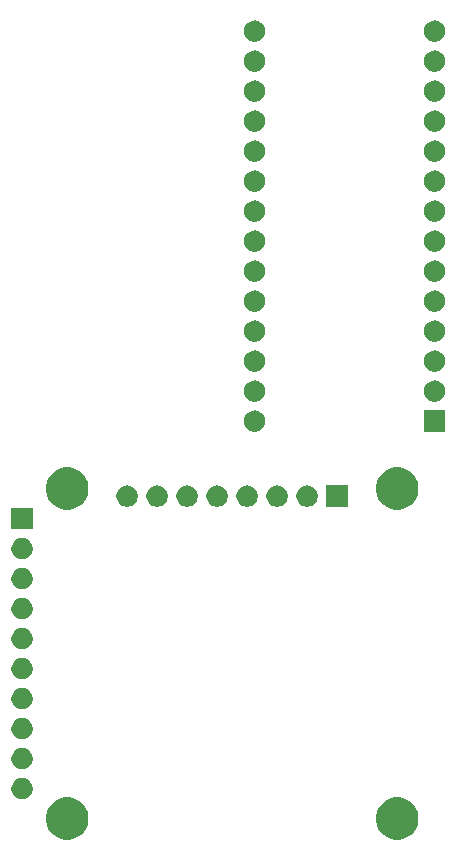
<source format=gbr>
G04 #@! TF.GenerationSoftware,KiCad,Pcbnew,(5.1.5-0-10_14)*
G04 #@! TF.CreationDate,2020-10-09T23:09:52+02:00*
G04 #@! TF.ProjectId,es_display,65735f64-6973-4706-9c61-792e6b696361,rev?*
G04 #@! TF.SameCoordinates,Original*
G04 #@! TF.FileFunction,Soldermask,Bot*
G04 #@! TF.FilePolarity,Negative*
%FSLAX46Y46*%
G04 Gerber Fmt 4.6, Leading zero omitted, Abs format (unit mm)*
G04 Created by KiCad (PCBNEW (5.1.5-0-10_14)) date 2020-10-09 23:09:52*
%MOMM*%
%LPD*%
G04 APERTURE LIST*
%ADD10C,0.100000*%
G04 APERTURE END LIST*
D10*
G36*
X147210331Y-136063211D02*
G01*
X147538092Y-136198974D01*
X147833070Y-136396072D01*
X148083928Y-136646930D01*
X148281026Y-136941908D01*
X148416789Y-137269669D01*
X148486000Y-137617616D01*
X148486000Y-137972384D01*
X148416789Y-138320331D01*
X148281026Y-138648092D01*
X148083928Y-138943070D01*
X147833070Y-139193928D01*
X147538092Y-139391026D01*
X147210331Y-139526789D01*
X146862384Y-139596000D01*
X146507616Y-139596000D01*
X146159669Y-139526789D01*
X145831908Y-139391026D01*
X145536930Y-139193928D01*
X145286072Y-138943070D01*
X145088974Y-138648092D01*
X144953211Y-138320331D01*
X144884000Y-137972384D01*
X144884000Y-137617616D01*
X144953211Y-137269669D01*
X145088974Y-136941908D01*
X145286072Y-136646930D01*
X145536930Y-136396072D01*
X145831908Y-136198974D01*
X146159669Y-136063211D01*
X146507616Y-135994000D01*
X146862384Y-135994000D01*
X147210331Y-136063211D01*
G37*
G36*
X119270331Y-136063211D02*
G01*
X119598092Y-136198974D01*
X119893070Y-136396072D01*
X120143928Y-136646930D01*
X120341026Y-136941908D01*
X120476789Y-137269669D01*
X120546000Y-137617616D01*
X120546000Y-137972384D01*
X120476789Y-138320331D01*
X120341026Y-138648092D01*
X120143928Y-138943070D01*
X119893070Y-139193928D01*
X119598092Y-139391026D01*
X119270331Y-139526789D01*
X118922384Y-139596000D01*
X118567616Y-139596000D01*
X118219669Y-139526789D01*
X117891908Y-139391026D01*
X117596930Y-139193928D01*
X117346072Y-138943070D01*
X117148974Y-138648092D01*
X117013211Y-138320331D01*
X116944000Y-137972384D01*
X116944000Y-137617616D01*
X117013211Y-137269669D01*
X117148974Y-136941908D01*
X117346072Y-136646930D01*
X117596930Y-136396072D01*
X117891908Y-136198974D01*
X118219669Y-136063211D01*
X118567616Y-135994000D01*
X118922384Y-135994000D01*
X119270331Y-136063211D01*
G37*
G36*
X115048512Y-134358927D02*
G01*
X115197812Y-134388624D01*
X115361784Y-134456544D01*
X115509354Y-134555147D01*
X115634853Y-134680646D01*
X115733456Y-134828216D01*
X115801376Y-134992188D01*
X115836000Y-135166259D01*
X115836000Y-135343741D01*
X115801376Y-135517812D01*
X115733456Y-135681784D01*
X115634853Y-135829354D01*
X115509354Y-135954853D01*
X115361784Y-136053456D01*
X115197812Y-136121376D01*
X115048512Y-136151073D01*
X115023742Y-136156000D01*
X114846258Y-136156000D01*
X114821488Y-136151073D01*
X114672188Y-136121376D01*
X114508216Y-136053456D01*
X114360646Y-135954853D01*
X114235147Y-135829354D01*
X114136544Y-135681784D01*
X114068624Y-135517812D01*
X114034000Y-135343741D01*
X114034000Y-135166259D01*
X114068624Y-134992188D01*
X114136544Y-134828216D01*
X114235147Y-134680646D01*
X114360646Y-134555147D01*
X114508216Y-134456544D01*
X114672188Y-134388624D01*
X114821488Y-134358927D01*
X114846258Y-134354000D01*
X115023742Y-134354000D01*
X115048512Y-134358927D01*
G37*
G36*
X115048512Y-131818927D02*
G01*
X115197812Y-131848624D01*
X115361784Y-131916544D01*
X115509354Y-132015147D01*
X115634853Y-132140646D01*
X115733456Y-132288216D01*
X115801376Y-132452188D01*
X115836000Y-132626259D01*
X115836000Y-132803741D01*
X115801376Y-132977812D01*
X115733456Y-133141784D01*
X115634853Y-133289354D01*
X115509354Y-133414853D01*
X115361784Y-133513456D01*
X115197812Y-133581376D01*
X115048512Y-133611073D01*
X115023742Y-133616000D01*
X114846258Y-133616000D01*
X114821488Y-133611073D01*
X114672188Y-133581376D01*
X114508216Y-133513456D01*
X114360646Y-133414853D01*
X114235147Y-133289354D01*
X114136544Y-133141784D01*
X114068624Y-132977812D01*
X114034000Y-132803741D01*
X114034000Y-132626259D01*
X114068624Y-132452188D01*
X114136544Y-132288216D01*
X114235147Y-132140646D01*
X114360646Y-132015147D01*
X114508216Y-131916544D01*
X114672188Y-131848624D01*
X114821488Y-131818927D01*
X114846258Y-131814000D01*
X115023742Y-131814000D01*
X115048512Y-131818927D01*
G37*
G36*
X115048512Y-129278927D02*
G01*
X115197812Y-129308624D01*
X115361784Y-129376544D01*
X115509354Y-129475147D01*
X115634853Y-129600646D01*
X115733456Y-129748216D01*
X115801376Y-129912188D01*
X115836000Y-130086259D01*
X115836000Y-130263741D01*
X115801376Y-130437812D01*
X115733456Y-130601784D01*
X115634853Y-130749354D01*
X115509354Y-130874853D01*
X115361784Y-130973456D01*
X115197812Y-131041376D01*
X115048512Y-131071073D01*
X115023742Y-131076000D01*
X114846258Y-131076000D01*
X114821488Y-131071073D01*
X114672188Y-131041376D01*
X114508216Y-130973456D01*
X114360646Y-130874853D01*
X114235147Y-130749354D01*
X114136544Y-130601784D01*
X114068624Y-130437812D01*
X114034000Y-130263741D01*
X114034000Y-130086259D01*
X114068624Y-129912188D01*
X114136544Y-129748216D01*
X114235147Y-129600646D01*
X114360646Y-129475147D01*
X114508216Y-129376544D01*
X114672188Y-129308624D01*
X114821488Y-129278927D01*
X114846258Y-129274000D01*
X115023742Y-129274000D01*
X115048512Y-129278927D01*
G37*
G36*
X115048512Y-126738927D02*
G01*
X115197812Y-126768624D01*
X115361784Y-126836544D01*
X115509354Y-126935147D01*
X115634853Y-127060646D01*
X115733456Y-127208216D01*
X115801376Y-127372188D01*
X115836000Y-127546259D01*
X115836000Y-127723741D01*
X115801376Y-127897812D01*
X115733456Y-128061784D01*
X115634853Y-128209354D01*
X115509354Y-128334853D01*
X115361784Y-128433456D01*
X115197812Y-128501376D01*
X115048512Y-128531073D01*
X115023742Y-128536000D01*
X114846258Y-128536000D01*
X114821488Y-128531073D01*
X114672188Y-128501376D01*
X114508216Y-128433456D01*
X114360646Y-128334853D01*
X114235147Y-128209354D01*
X114136544Y-128061784D01*
X114068624Y-127897812D01*
X114034000Y-127723741D01*
X114034000Y-127546259D01*
X114068624Y-127372188D01*
X114136544Y-127208216D01*
X114235147Y-127060646D01*
X114360646Y-126935147D01*
X114508216Y-126836544D01*
X114672188Y-126768624D01*
X114821488Y-126738927D01*
X114846258Y-126734000D01*
X115023742Y-126734000D01*
X115048512Y-126738927D01*
G37*
G36*
X115048512Y-124198927D02*
G01*
X115197812Y-124228624D01*
X115361784Y-124296544D01*
X115509354Y-124395147D01*
X115634853Y-124520646D01*
X115733456Y-124668216D01*
X115801376Y-124832188D01*
X115836000Y-125006259D01*
X115836000Y-125183741D01*
X115801376Y-125357812D01*
X115733456Y-125521784D01*
X115634853Y-125669354D01*
X115509354Y-125794853D01*
X115361784Y-125893456D01*
X115197812Y-125961376D01*
X115048512Y-125991073D01*
X115023742Y-125996000D01*
X114846258Y-125996000D01*
X114821488Y-125991073D01*
X114672188Y-125961376D01*
X114508216Y-125893456D01*
X114360646Y-125794853D01*
X114235147Y-125669354D01*
X114136544Y-125521784D01*
X114068624Y-125357812D01*
X114034000Y-125183741D01*
X114034000Y-125006259D01*
X114068624Y-124832188D01*
X114136544Y-124668216D01*
X114235147Y-124520646D01*
X114360646Y-124395147D01*
X114508216Y-124296544D01*
X114672188Y-124228624D01*
X114821488Y-124198927D01*
X114846258Y-124194000D01*
X115023742Y-124194000D01*
X115048512Y-124198927D01*
G37*
G36*
X115048512Y-121658927D02*
G01*
X115197812Y-121688624D01*
X115361784Y-121756544D01*
X115509354Y-121855147D01*
X115634853Y-121980646D01*
X115733456Y-122128216D01*
X115801376Y-122292188D01*
X115836000Y-122466259D01*
X115836000Y-122643741D01*
X115801376Y-122817812D01*
X115733456Y-122981784D01*
X115634853Y-123129354D01*
X115509354Y-123254853D01*
X115361784Y-123353456D01*
X115197812Y-123421376D01*
X115048512Y-123451073D01*
X115023742Y-123456000D01*
X114846258Y-123456000D01*
X114821488Y-123451073D01*
X114672188Y-123421376D01*
X114508216Y-123353456D01*
X114360646Y-123254853D01*
X114235147Y-123129354D01*
X114136544Y-122981784D01*
X114068624Y-122817812D01*
X114034000Y-122643741D01*
X114034000Y-122466259D01*
X114068624Y-122292188D01*
X114136544Y-122128216D01*
X114235147Y-121980646D01*
X114360646Y-121855147D01*
X114508216Y-121756544D01*
X114672188Y-121688624D01*
X114821488Y-121658927D01*
X114846258Y-121654000D01*
X115023742Y-121654000D01*
X115048512Y-121658927D01*
G37*
G36*
X115048512Y-119118927D02*
G01*
X115197812Y-119148624D01*
X115361784Y-119216544D01*
X115509354Y-119315147D01*
X115634853Y-119440646D01*
X115733456Y-119588216D01*
X115801376Y-119752188D01*
X115836000Y-119926259D01*
X115836000Y-120103741D01*
X115801376Y-120277812D01*
X115733456Y-120441784D01*
X115634853Y-120589354D01*
X115509354Y-120714853D01*
X115361784Y-120813456D01*
X115197812Y-120881376D01*
X115048512Y-120911073D01*
X115023742Y-120916000D01*
X114846258Y-120916000D01*
X114821488Y-120911073D01*
X114672188Y-120881376D01*
X114508216Y-120813456D01*
X114360646Y-120714853D01*
X114235147Y-120589354D01*
X114136544Y-120441784D01*
X114068624Y-120277812D01*
X114034000Y-120103741D01*
X114034000Y-119926259D01*
X114068624Y-119752188D01*
X114136544Y-119588216D01*
X114235147Y-119440646D01*
X114360646Y-119315147D01*
X114508216Y-119216544D01*
X114672188Y-119148624D01*
X114821488Y-119118927D01*
X114846258Y-119114000D01*
X115023742Y-119114000D01*
X115048512Y-119118927D01*
G37*
G36*
X115048512Y-116578927D02*
G01*
X115197812Y-116608624D01*
X115361784Y-116676544D01*
X115509354Y-116775147D01*
X115634853Y-116900646D01*
X115733456Y-117048216D01*
X115801376Y-117212188D01*
X115836000Y-117386259D01*
X115836000Y-117563741D01*
X115801376Y-117737812D01*
X115733456Y-117901784D01*
X115634853Y-118049354D01*
X115509354Y-118174853D01*
X115361784Y-118273456D01*
X115197812Y-118341376D01*
X115048512Y-118371073D01*
X115023742Y-118376000D01*
X114846258Y-118376000D01*
X114821488Y-118371073D01*
X114672188Y-118341376D01*
X114508216Y-118273456D01*
X114360646Y-118174853D01*
X114235147Y-118049354D01*
X114136544Y-117901784D01*
X114068624Y-117737812D01*
X114034000Y-117563741D01*
X114034000Y-117386259D01*
X114068624Y-117212188D01*
X114136544Y-117048216D01*
X114235147Y-116900646D01*
X114360646Y-116775147D01*
X114508216Y-116676544D01*
X114672188Y-116608624D01*
X114821488Y-116578927D01*
X114846258Y-116574000D01*
X115023742Y-116574000D01*
X115048512Y-116578927D01*
G37*
G36*
X115048512Y-114038927D02*
G01*
X115197812Y-114068624D01*
X115361784Y-114136544D01*
X115509354Y-114235147D01*
X115634853Y-114360646D01*
X115733456Y-114508216D01*
X115801376Y-114672188D01*
X115836000Y-114846259D01*
X115836000Y-115023741D01*
X115801376Y-115197812D01*
X115733456Y-115361784D01*
X115634853Y-115509354D01*
X115509354Y-115634853D01*
X115361784Y-115733456D01*
X115197812Y-115801376D01*
X115048512Y-115831073D01*
X115023742Y-115836000D01*
X114846258Y-115836000D01*
X114821488Y-115831073D01*
X114672188Y-115801376D01*
X114508216Y-115733456D01*
X114360646Y-115634853D01*
X114235147Y-115509354D01*
X114136544Y-115361784D01*
X114068624Y-115197812D01*
X114034000Y-115023741D01*
X114034000Y-114846259D01*
X114068624Y-114672188D01*
X114136544Y-114508216D01*
X114235147Y-114360646D01*
X114360646Y-114235147D01*
X114508216Y-114136544D01*
X114672188Y-114068624D01*
X114821488Y-114038927D01*
X114846258Y-114034000D01*
X115023742Y-114034000D01*
X115048512Y-114038927D01*
G37*
G36*
X115836000Y-113296000D02*
G01*
X114034000Y-113296000D01*
X114034000Y-111494000D01*
X115836000Y-111494000D01*
X115836000Y-113296000D01*
G37*
G36*
X147210331Y-108123211D02*
G01*
X147538092Y-108258974D01*
X147833070Y-108456072D01*
X148083928Y-108706930D01*
X148281026Y-109001908D01*
X148416789Y-109329669D01*
X148486000Y-109677616D01*
X148486000Y-110032384D01*
X148416789Y-110380331D01*
X148281026Y-110708092D01*
X148083928Y-111003070D01*
X147833070Y-111253928D01*
X147538092Y-111451026D01*
X147210331Y-111586789D01*
X146862384Y-111656000D01*
X146507616Y-111656000D01*
X146159669Y-111586789D01*
X145831908Y-111451026D01*
X145536930Y-111253928D01*
X145286072Y-111003070D01*
X145088974Y-110708092D01*
X144953211Y-110380331D01*
X144884000Y-110032384D01*
X144884000Y-109677616D01*
X144953211Y-109329669D01*
X145088974Y-109001908D01*
X145286072Y-108706930D01*
X145536930Y-108456072D01*
X145831908Y-108258974D01*
X146159669Y-108123211D01*
X146507616Y-108054000D01*
X146862384Y-108054000D01*
X147210331Y-108123211D01*
G37*
G36*
X119270331Y-108123211D02*
G01*
X119598092Y-108258974D01*
X119893070Y-108456072D01*
X120143928Y-108706930D01*
X120341026Y-109001908D01*
X120476789Y-109329669D01*
X120546000Y-109677616D01*
X120546000Y-110032384D01*
X120476789Y-110380331D01*
X120341026Y-110708092D01*
X120143928Y-111003070D01*
X119893070Y-111253928D01*
X119598092Y-111451026D01*
X119270331Y-111586789D01*
X118922384Y-111656000D01*
X118567616Y-111656000D01*
X118219669Y-111586789D01*
X117891908Y-111451026D01*
X117596930Y-111253928D01*
X117346072Y-111003070D01*
X117148974Y-110708092D01*
X117013211Y-110380331D01*
X116944000Y-110032384D01*
X116944000Y-109677616D01*
X117013211Y-109329669D01*
X117148974Y-109001908D01*
X117346072Y-108706930D01*
X117596930Y-108456072D01*
X117891908Y-108258974D01*
X118219669Y-108123211D01*
X118567616Y-108054000D01*
X118922384Y-108054000D01*
X119270331Y-108123211D01*
G37*
G36*
X126478512Y-109593927D02*
G01*
X126627812Y-109623624D01*
X126791784Y-109691544D01*
X126939354Y-109790147D01*
X127064853Y-109915646D01*
X127163456Y-110063216D01*
X127231376Y-110227188D01*
X127266000Y-110401259D01*
X127266000Y-110578741D01*
X127231376Y-110752812D01*
X127163456Y-110916784D01*
X127064853Y-111064354D01*
X126939354Y-111189853D01*
X126791784Y-111288456D01*
X126627812Y-111356376D01*
X126478512Y-111386073D01*
X126453742Y-111391000D01*
X126276258Y-111391000D01*
X126251488Y-111386073D01*
X126102188Y-111356376D01*
X125938216Y-111288456D01*
X125790646Y-111189853D01*
X125665147Y-111064354D01*
X125566544Y-110916784D01*
X125498624Y-110752812D01*
X125464000Y-110578741D01*
X125464000Y-110401259D01*
X125498624Y-110227188D01*
X125566544Y-110063216D01*
X125665147Y-109915646D01*
X125790646Y-109790147D01*
X125938216Y-109691544D01*
X126102188Y-109623624D01*
X126251488Y-109593927D01*
X126276258Y-109589000D01*
X126453742Y-109589000D01*
X126478512Y-109593927D01*
G37*
G36*
X123938512Y-109593927D02*
G01*
X124087812Y-109623624D01*
X124251784Y-109691544D01*
X124399354Y-109790147D01*
X124524853Y-109915646D01*
X124623456Y-110063216D01*
X124691376Y-110227188D01*
X124726000Y-110401259D01*
X124726000Y-110578741D01*
X124691376Y-110752812D01*
X124623456Y-110916784D01*
X124524853Y-111064354D01*
X124399354Y-111189853D01*
X124251784Y-111288456D01*
X124087812Y-111356376D01*
X123938512Y-111386073D01*
X123913742Y-111391000D01*
X123736258Y-111391000D01*
X123711488Y-111386073D01*
X123562188Y-111356376D01*
X123398216Y-111288456D01*
X123250646Y-111189853D01*
X123125147Y-111064354D01*
X123026544Y-110916784D01*
X122958624Y-110752812D01*
X122924000Y-110578741D01*
X122924000Y-110401259D01*
X122958624Y-110227188D01*
X123026544Y-110063216D01*
X123125147Y-109915646D01*
X123250646Y-109790147D01*
X123398216Y-109691544D01*
X123562188Y-109623624D01*
X123711488Y-109593927D01*
X123736258Y-109589000D01*
X123913742Y-109589000D01*
X123938512Y-109593927D01*
G37*
G36*
X129018512Y-109593927D02*
G01*
X129167812Y-109623624D01*
X129331784Y-109691544D01*
X129479354Y-109790147D01*
X129604853Y-109915646D01*
X129703456Y-110063216D01*
X129771376Y-110227188D01*
X129806000Y-110401259D01*
X129806000Y-110578741D01*
X129771376Y-110752812D01*
X129703456Y-110916784D01*
X129604853Y-111064354D01*
X129479354Y-111189853D01*
X129331784Y-111288456D01*
X129167812Y-111356376D01*
X129018512Y-111386073D01*
X128993742Y-111391000D01*
X128816258Y-111391000D01*
X128791488Y-111386073D01*
X128642188Y-111356376D01*
X128478216Y-111288456D01*
X128330646Y-111189853D01*
X128205147Y-111064354D01*
X128106544Y-110916784D01*
X128038624Y-110752812D01*
X128004000Y-110578741D01*
X128004000Y-110401259D01*
X128038624Y-110227188D01*
X128106544Y-110063216D01*
X128205147Y-109915646D01*
X128330646Y-109790147D01*
X128478216Y-109691544D01*
X128642188Y-109623624D01*
X128791488Y-109593927D01*
X128816258Y-109589000D01*
X128993742Y-109589000D01*
X129018512Y-109593927D01*
G37*
G36*
X131558512Y-109593927D02*
G01*
X131707812Y-109623624D01*
X131871784Y-109691544D01*
X132019354Y-109790147D01*
X132144853Y-109915646D01*
X132243456Y-110063216D01*
X132311376Y-110227188D01*
X132346000Y-110401259D01*
X132346000Y-110578741D01*
X132311376Y-110752812D01*
X132243456Y-110916784D01*
X132144853Y-111064354D01*
X132019354Y-111189853D01*
X131871784Y-111288456D01*
X131707812Y-111356376D01*
X131558512Y-111386073D01*
X131533742Y-111391000D01*
X131356258Y-111391000D01*
X131331488Y-111386073D01*
X131182188Y-111356376D01*
X131018216Y-111288456D01*
X130870646Y-111189853D01*
X130745147Y-111064354D01*
X130646544Y-110916784D01*
X130578624Y-110752812D01*
X130544000Y-110578741D01*
X130544000Y-110401259D01*
X130578624Y-110227188D01*
X130646544Y-110063216D01*
X130745147Y-109915646D01*
X130870646Y-109790147D01*
X131018216Y-109691544D01*
X131182188Y-109623624D01*
X131331488Y-109593927D01*
X131356258Y-109589000D01*
X131533742Y-109589000D01*
X131558512Y-109593927D01*
G37*
G36*
X134098512Y-109593927D02*
G01*
X134247812Y-109623624D01*
X134411784Y-109691544D01*
X134559354Y-109790147D01*
X134684853Y-109915646D01*
X134783456Y-110063216D01*
X134851376Y-110227188D01*
X134886000Y-110401259D01*
X134886000Y-110578741D01*
X134851376Y-110752812D01*
X134783456Y-110916784D01*
X134684853Y-111064354D01*
X134559354Y-111189853D01*
X134411784Y-111288456D01*
X134247812Y-111356376D01*
X134098512Y-111386073D01*
X134073742Y-111391000D01*
X133896258Y-111391000D01*
X133871488Y-111386073D01*
X133722188Y-111356376D01*
X133558216Y-111288456D01*
X133410646Y-111189853D01*
X133285147Y-111064354D01*
X133186544Y-110916784D01*
X133118624Y-110752812D01*
X133084000Y-110578741D01*
X133084000Y-110401259D01*
X133118624Y-110227188D01*
X133186544Y-110063216D01*
X133285147Y-109915646D01*
X133410646Y-109790147D01*
X133558216Y-109691544D01*
X133722188Y-109623624D01*
X133871488Y-109593927D01*
X133896258Y-109589000D01*
X134073742Y-109589000D01*
X134098512Y-109593927D01*
G37*
G36*
X136638512Y-109593927D02*
G01*
X136787812Y-109623624D01*
X136951784Y-109691544D01*
X137099354Y-109790147D01*
X137224853Y-109915646D01*
X137323456Y-110063216D01*
X137391376Y-110227188D01*
X137426000Y-110401259D01*
X137426000Y-110578741D01*
X137391376Y-110752812D01*
X137323456Y-110916784D01*
X137224853Y-111064354D01*
X137099354Y-111189853D01*
X136951784Y-111288456D01*
X136787812Y-111356376D01*
X136638512Y-111386073D01*
X136613742Y-111391000D01*
X136436258Y-111391000D01*
X136411488Y-111386073D01*
X136262188Y-111356376D01*
X136098216Y-111288456D01*
X135950646Y-111189853D01*
X135825147Y-111064354D01*
X135726544Y-110916784D01*
X135658624Y-110752812D01*
X135624000Y-110578741D01*
X135624000Y-110401259D01*
X135658624Y-110227188D01*
X135726544Y-110063216D01*
X135825147Y-109915646D01*
X135950646Y-109790147D01*
X136098216Y-109691544D01*
X136262188Y-109623624D01*
X136411488Y-109593927D01*
X136436258Y-109589000D01*
X136613742Y-109589000D01*
X136638512Y-109593927D01*
G37*
G36*
X139178512Y-109593927D02*
G01*
X139327812Y-109623624D01*
X139491784Y-109691544D01*
X139639354Y-109790147D01*
X139764853Y-109915646D01*
X139863456Y-110063216D01*
X139931376Y-110227188D01*
X139966000Y-110401259D01*
X139966000Y-110578741D01*
X139931376Y-110752812D01*
X139863456Y-110916784D01*
X139764853Y-111064354D01*
X139639354Y-111189853D01*
X139491784Y-111288456D01*
X139327812Y-111356376D01*
X139178512Y-111386073D01*
X139153742Y-111391000D01*
X138976258Y-111391000D01*
X138951488Y-111386073D01*
X138802188Y-111356376D01*
X138638216Y-111288456D01*
X138490646Y-111189853D01*
X138365147Y-111064354D01*
X138266544Y-110916784D01*
X138198624Y-110752812D01*
X138164000Y-110578741D01*
X138164000Y-110401259D01*
X138198624Y-110227188D01*
X138266544Y-110063216D01*
X138365147Y-109915646D01*
X138490646Y-109790147D01*
X138638216Y-109691544D01*
X138802188Y-109623624D01*
X138951488Y-109593927D01*
X138976258Y-109589000D01*
X139153742Y-109589000D01*
X139178512Y-109593927D01*
G37*
G36*
X142506000Y-111391000D02*
G01*
X140704000Y-111391000D01*
X140704000Y-109589000D01*
X142506000Y-109589000D01*
X142506000Y-111391000D01*
G37*
G36*
X150761000Y-105041000D02*
G01*
X148959000Y-105041000D01*
X148959000Y-103239000D01*
X150761000Y-103239000D01*
X150761000Y-105041000D01*
G37*
G36*
X134733512Y-103243927D02*
G01*
X134882812Y-103273624D01*
X135046784Y-103341544D01*
X135194354Y-103440147D01*
X135319853Y-103565646D01*
X135418456Y-103713216D01*
X135486376Y-103877188D01*
X135521000Y-104051259D01*
X135521000Y-104228741D01*
X135486376Y-104402812D01*
X135418456Y-104566784D01*
X135319853Y-104714354D01*
X135194354Y-104839853D01*
X135046784Y-104938456D01*
X134882812Y-105006376D01*
X134733512Y-105036073D01*
X134708742Y-105041000D01*
X134531258Y-105041000D01*
X134506488Y-105036073D01*
X134357188Y-105006376D01*
X134193216Y-104938456D01*
X134045646Y-104839853D01*
X133920147Y-104714354D01*
X133821544Y-104566784D01*
X133753624Y-104402812D01*
X133719000Y-104228741D01*
X133719000Y-104051259D01*
X133753624Y-103877188D01*
X133821544Y-103713216D01*
X133920147Y-103565646D01*
X134045646Y-103440147D01*
X134193216Y-103341544D01*
X134357188Y-103273624D01*
X134506488Y-103243927D01*
X134531258Y-103239000D01*
X134708742Y-103239000D01*
X134733512Y-103243927D01*
G37*
G36*
X134733512Y-100703927D02*
G01*
X134882812Y-100733624D01*
X135046784Y-100801544D01*
X135194354Y-100900147D01*
X135319853Y-101025646D01*
X135418456Y-101173216D01*
X135486376Y-101337188D01*
X135521000Y-101511259D01*
X135521000Y-101688741D01*
X135486376Y-101862812D01*
X135418456Y-102026784D01*
X135319853Y-102174354D01*
X135194354Y-102299853D01*
X135046784Y-102398456D01*
X134882812Y-102466376D01*
X134733512Y-102496073D01*
X134708742Y-102501000D01*
X134531258Y-102501000D01*
X134506488Y-102496073D01*
X134357188Y-102466376D01*
X134193216Y-102398456D01*
X134045646Y-102299853D01*
X133920147Y-102174354D01*
X133821544Y-102026784D01*
X133753624Y-101862812D01*
X133719000Y-101688741D01*
X133719000Y-101511259D01*
X133753624Y-101337188D01*
X133821544Y-101173216D01*
X133920147Y-101025646D01*
X134045646Y-100900147D01*
X134193216Y-100801544D01*
X134357188Y-100733624D01*
X134506488Y-100703927D01*
X134531258Y-100699000D01*
X134708742Y-100699000D01*
X134733512Y-100703927D01*
G37*
G36*
X149973512Y-100703927D02*
G01*
X150122812Y-100733624D01*
X150286784Y-100801544D01*
X150434354Y-100900147D01*
X150559853Y-101025646D01*
X150658456Y-101173216D01*
X150726376Y-101337188D01*
X150761000Y-101511259D01*
X150761000Y-101688741D01*
X150726376Y-101862812D01*
X150658456Y-102026784D01*
X150559853Y-102174354D01*
X150434354Y-102299853D01*
X150286784Y-102398456D01*
X150122812Y-102466376D01*
X149973512Y-102496073D01*
X149948742Y-102501000D01*
X149771258Y-102501000D01*
X149746488Y-102496073D01*
X149597188Y-102466376D01*
X149433216Y-102398456D01*
X149285646Y-102299853D01*
X149160147Y-102174354D01*
X149061544Y-102026784D01*
X148993624Y-101862812D01*
X148959000Y-101688741D01*
X148959000Y-101511259D01*
X148993624Y-101337188D01*
X149061544Y-101173216D01*
X149160147Y-101025646D01*
X149285646Y-100900147D01*
X149433216Y-100801544D01*
X149597188Y-100733624D01*
X149746488Y-100703927D01*
X149771258Y-100699000D01*
X149948742Y-100699000D01*
X149973512Y-100703927D01*
G37*
G36*
X134733512Y-98163927D02*
G01*
X134882812Y-98193624D01*
X135046784Y-98261544D01*
X135194354Y-98360147D01*
X135319853Y-98485646D01*
X135418456Y-98633216D01*
X135486376Y-98797188D01*
X135521000Y-98971259D01*
X135521000Y-99148741D01*
X135486376Y-99322812D01*
X135418456Y-99486784D01*
X135319853Y-99634354D01*
X135194354Y-99759853D01*
X135046784Y-99858456D01*
X134882812Y-99926376D01*
X134733512Y-99956073D01*
X134708742Y-99961000D01*
X134531258Y-99961000D01*
X134506488Y-99956073D01*
X134357188Y-99926376D01*
X134193216Y-99858456D01*
X134045646Y-99759853D01*
X133920147Y-99634354D01*
X133821544Y-99486784D01*
X133753624Y-99322812D01*
X133719000Y-99148741D01*
X133719000Y-98971259D01*
X133753624Y-98797188D01*
X133821544Y-98633216D01*
X133920147Y-98485646D01*
X134045646Y-98360147D01*
X134193216Y-98261544D01*
X134357188Y-98193624D01*
X134506488Y-98163927D01*
X134531258Y-98159000D01*
X134708742Y-98159000D01*
X134733512Y-98163927D01*
G37*
G36*
X149973512Y-98163927D02*
G01*
X150122812Y-98193624D01*
X150286784Y-98261544D01*
X150434354Y-98360147D01*
X150559853Y-98485646D01*
X150658456Y-98633216D01*
X150726376Y-98797188D01*
X150761000Y-98971259D01*
X150761000Y-99148741D01*
X150726376Y-99322812D01*
X150658456Y-99486784D01*
X150559853Y-99634354D01*
X150434354Y-99759853D01*
X150286784Y-99858456D01*
X150122812Y-99926376D01*
X149973512Y-99956073D01*
X149948742Y-99961000D01*
X149771258Y-99961000D01*
X149746488Y-99956073D01*
X149597188Y-99926376D01*
X149433216Y-99858456D01*
X149285646Y-99759853D01*
X149160147Y-99634354D01*
X149061544Y-99486784D01*
X148993624Y-99322812D01*
X148959000Y-99148741D01*
X148959000Y-98971259D01*
X148993624Y-98797188D01*
X149061544Y-98633216D01*
X149160147Y-98485646D01*
X149285646Y-98360147D01*
X149433216Y-98261544D01*
X149597188Y-98193624D01*
X149746488Y-98163927D01*
X149771258Y-98159000D01*
X149948742Y-98159000D01*
X149973512Y-98163927D01*
G37*
G36*
X134733512Y-95623927D02*
G01*
X134882812Y-95653624D01*
X135046784Y-95721544D01*
X135194354Y-95820147D01*
X135319853Y-95945646D01*
X135418456Y-96093216D01*
X135486376Y-96257188D01*
X135521000Y-96431259D01*
X135521000Y-96608741D01*
X135486376Y-96782812D01*
X135418456Y-96946784D01*
X135319853Y-97094354D01*
X135194354Y-97219853D01*
X135046784Y-97318456D01*
X134882812Y-97386376D01*
X134733512Y-97416073D01*
X134708742Y-97421000D01*
X134531258Y-97421000D01*
X134506488Y-97416073D01*
X134357188Y-97386376D01*
X134193216Y-97318456D01*
X134045646Y-97219853D01*
X133920147Y-97094354D01*
X133821544Y-96946784D01*
X133753624Y-96782812D01*
X133719000Y-96608741D01*
X133719000Y-96431259D01*
X133753624Y-96257188D01*
X133821544Y-96093216D01*
X133920147Y-95945646D01*
X134045646Y-95820147D01*
X134193216Y-95721544D01*
X134357188Y-95653624D01*
X134506488Y-95623927D01*
X134531258Y-95619000D01*
X134708742Y-95619000D01*
X134733512Y-95623927D01*
G37*
G36*
X149973512Y-95623927D02*
G01*
X150122812Y-95653624D01*
X150286784Y-95721544D01*
X150434354Y-95820147D01*
X150559853Y-95945646D01*
X150658456Y-96093216D01*
X150726376Y-96257188D01*
X150761000Y-96431259D01*
X150761000Y-96608741D01*
X150726376Y-96782812D01*
X150658456Y-96946784D01*
X150559853Y-97094354D01*
X150434354Y-97219853D01*
X150286784Y-97318456D01*
X150122812Y-97386376D01*
X149973512Y-97416073D01*
X149948742Y-97421000D01*
X149771258Y-97421000D01*
X149746488Y-97416073D01*
X149597188Y-97386376D01*
X149433216Y-97318456D01*
X149285646Y-97219853D01*
X149160147Y-97094354D01*
X149061544Y-96946784D01*
X148993624Y-96782812D01*
X148959000Y-96608741D01*
X148959000Y-96431259D01*
X148993624Y-96257188D01*
X149061544Y-96093216D01*
X149160147Y-95945646D01*
X149285646Y-95820147D01*
X149433216Y-95721544D01*
X149597188Y-95653624D01*
X149746488Y-95623927D01*
X149771258Y-95619000D01*
X149948742Y-95619000D01*
X149973512Y-95623927D01*
G37*
G36*
X134733512Y-93083927D02*
G01*
X134882812Y-93113624D01*
X135046784Y-93181544D01*
X135194354Y-93280147D01*
X135319853Y-93405646D01*
X135418456Y-93553216D01*
X135486376Y-93717188D01*
X135521000Y-93891259D01*
X135521000Y-94068741D01*
X135486376Y-94242812D01*
X135418456Y-94406784D01*
X135319853Y-94554354D01*
X135194354Y-94679853D01*
X135046784Y-94778456D01*
X134882812Y-94846376D01*
X134733512Y-94876073D01*
X134708742Y-94881000D01*
X134531258Y-94881000D01*
X134506488Y-94876073D01*
X134357188Y-94846376D01*
X134193216Y-94778456D01*
X134045646Y-94679853D01*
X133920147Y-94554354D01*
X133821544Y-94406784D01*
X133753624Y-94242812D01*
X133719000Y-94068741D01*
X133719000Y-93891259D01*
X133753624Y-93717188D01*
X133821544Y-93553216D01*
X133920147Y-93405646D01*
X134045646Y-93280147D01*
X134193216Y-93181544D01*
X134357188Y-93113624D01*
X134506488Y-93083927D01*
X134531258Y-93079000D01*
X134708742Y-93079000D01*
X134733512Y-93083927D01*
G37*
G36*
X149973512Y-93083927D02*
G01*
X150122812Y-93113624D01*
X150286784Y-93181544D01*
X150434354Y-93280147D01*
X150559853Y-93405646D01*
X150658456Y-93553216D01*
X150726376Y-93717188D01*
X150761000Y-93891259D01*
X150761000Y-94068741D01*
X150726376Y-94242812D01*
X150658456Y-94406784D01*
X150559853Y-94554354D01*
X150434354Y-94679853D01*
X150286784Y-94778456D01*
X150122812Y-94846376D01*
X149973512Y-94876073D01*
X149948742Y-94881000D01*
X149771258Y-94881000D01*
X149746488Y-94876073D01*
X149597188Y-94846376D01*
X149433216Y-94778456D01*
X149285646Y-94679853D01*
X149160147Y-94554354D01*
X149061544Y-94406784D01*
X148993624Y-94242812D01*
X148959000Y-94068741D01*
X148959000Y-93891259D01*
X148993624Y-93717188D01*
X149061544Y-93553216D01*
X149160147Y-93405646D01*
X149285646Y-93280147D01*
X149433216Y-93181544D01*
X149597188Y-93113624D01*
X149746488Y-93083927D01*
X149771258Y-93079000D01*
X149948742Y-93079000D01*
X149973512Y-93083927D01*
G37*
G36*
X134733512Y-90543927D02*
G01*
X134882812Y-90573624D01*
X135046784Y-90641544D01*
X135194354Y-90740147D01*
X135319853Y-90865646D01*
X135418456Y-91013216D01*
X135486376Y-91177188D01*
X135521000Y-91351259D01*
X135521000Y-91528741D01*
X135486376Y-91702812D01*
X135418456Y-91866784D01*
X135319853Y-92014354D01*
X135194354Y-92139853D01*
X135046784Y-92238456D01*
X134882812Y-92306376D01*
X134733512Y-92336073D01*
X134708742Y-92341000D01*
X134531258Y-92341000D01*
X134506488Y-92336073D01*
X134357188Y-92306376D01*
X134193216Y-92238456D01*
X134045646Y-92139853D01*
X133920147Y-92014354D01*
X133821544Y-91866784D01*
X133753624Y-91702812D01*
X133719000Y-91528741D01*
X133719000Y-91351259D01*
X133753624Y-91177188D01*
X133821544Y-91013216D01*
X133920147Y-90865646D01*
X134045646Y-90740147D01*
X134193216Y-90641544D01*
X134357188Y-90573624D01*
X134506488Y-90543927D01*
X134531258Y-90539000D01*
X134708742Y-90539000D01*
X134733512Y-90543927D01*
G37*
G36*
X149973512Y-90543927D02*
G01*
X150122812Y-90573624D01*
X150286784Y-90641544D01*
X150434354Y-90740147D01*
X150559853Y-90865646D01*
X150658456Y-91013216D01*
X150726376Y-91177188D01*
X150761000Y-91351259D01*
X150761000Y-91528741D01*
X150726376Y-91702812D01*
X150658456Y-91866784D01*
X150559853Y-92014354D01*
X150434354Y-92139853D01*
X150286784Y-92238456D01*
X150122812Y-92306376D01*
X149973512Y-92336073D01*
X149948742Y-92341000D01*
X149771258Y-92341000D01*
X149746488Y-92336073D01*
X149597188Y-92306376D01*
X149433216Y-92238456D01*
X149285646Y-92139853D01*
X149160147Y-92014354D01*
X149061544Y-91866784D01*
X148993624Y-91702812D01*
X148959000Y-91528741D01*
X148959000Y-91351259D01*
X148993624Y-91177188D01*
X149061544Y-91013216D01*
X149160147Y-90865646D01*
X149285646Y-90740147D01*
X149433216Y-90641544D01*
X149597188Y-90573624D01*
X149746488Y-90543927D01*
X149771258Y-90539000D01*
X149948742Y-90539000D01*
X149973512Y-90543927D01*
G37*
G36*
X134733512Y-88003927D02*
G01*
X134882812Y-88033624D01*
X135046784Y-88101544D01*
X135194354Y-88200147D01*
X135319853Y-88325646D01*
X135418456Y-88473216D01*
X135486376Y-88637188D01*
X135521000Y-88811259D01*
X135521000Y-88988741D01*
X135486376Y-89162812D01*
X135418456Y-89326784D01*
X135319853Y-89474354D01*
X135194354Y-89599853D01*
X135046784Y-89698456D01*
X134882812Y-89766376D01*
X134733512Y-89796073D01*
X134708742Y-89801000D01*
X134531258Y-89801000D01*
X134506488Y-89796073D01*
X134357188Y-89766376D01*
X134193216Y-89698456D01*
X134045646Y-89599853D01*
X133920147Y-89474354D01*
X133821544Y-89326784D01*
X133753624Y-89162812D01*
X133719000Y-88988741D01*
X133719000Y-88811259D01*
X133753624Y-88637188D01*
X133821544Y-88473216D01*
X133920147Y-88325646D01*
X134045646Y-88200147D01*
X134193216Y-88101544D01*
X134357188Y-88033624D01*
X134506488Y-88003927D01*
X134531258Y-87999000D01*
X134708742Y-87999000D01*
X134733512Y-88003927D01*
G37*
G36*
X149973512Y-88003927D02*
G01*
X150122812Y-88033624D01*
X150286784Y-88101544D01*
X150434354Y-88200147D01*
X150559853Y-88325646D01*
X150658456Y-88473216D01*
X150726376Y-88637188D01*
X150761000Y-88811259D01*
X150761000Y-88988741D01*
X150726376Y-89162812D01*
X150658456Y-89326784D01*
X150559853Y-89474354D01*
X150434354Y-89599853D01*
X150286784Y-89698456D01*
X150122812Y-89766376D01*
X149973512Y-89796073D01*
X149948742Y-89801000D01*
X149771258Y-89801000D01*
X149746488Y-89796073D01*
X149597188Y-89766376D01*
X149433216Y-89698456D01*
X149285646Y-89599853D01*
X149160147Y-89474354D01*
X149061544Y-89326784D01*
X148993624Y-89162812D01*
X148959000Y-88988741D01*
X148959000Y-88811259D01*
X148993624Y-88637188D01*
X149061544Y-88473216D01*
X149160147Y-88325646D01*
X149285646Y-88200147D01*
X149433216Y-88101544D01*
X149597188Y-88033624D01*
X149746488Y-88003927D01*
X149771258Y-87999000D01*
X149948742Y-87999000D01*
X149973512Y-88003927D01*
G37*
G36*
X149973512Y-85463927D02*
G01*
X150122812Y-85493624D01*
X150286784Y-85561544D01*
X150434354Y-85660147D01*
X150559853Y-85785646D01*
X150658456Y-85933216D01*
X150726376Y-86097188D01*
X150761000Y-86271259D01*
X150761000Y-86448741D01*
X150726376Y-86622812D01*
X150658456Y-86786784D01*
X150559853Y-86934354D01*
X150434354Y-87059853D01*
X150286784Y-87158456D01*
X150122812Y-87226376D01*
X149973512Y-87256073D01*
X149948742Y-87261000D01*
X149771258Y-87261000D01*
X149746488Y-87256073D01*
X149597188Y-87226376D01*
X149433216Y-87158456D01*
X149285646Y-87059853D01*
X149160147Y-86934354D01*
X149061544Y-86786784D01*
X148993624Y-86622812D01*
X148959000Y-86448741D01*
X148959000Y-86271259D01*
X148993624Y-86097188D01*
X149061544Y-85933216D01*
X149160147Y-85785646D01*
X149285646Y-85660147D01*
X149433216Y-85561544D01*
X149597188Y-85493624D01*
X149746488Y-85463927D01*
X149771258Y-85459000D01*
X149948742Y-85459000D01*
X149973512Y-85463927D01*
G37*
G36*
X134733512Y-85463927D02*
G01*
X134882812Y-85493624D01*
X135046784Y-85561544D01*
X135194354Y-85660147D01*
X135319853Y-85785646D01*
X135418456Y-85933216D01*
X135486376Y-86097188D01*
X135521000Y-86271259D01*
X135521000Y-86448741D01*
X135486376Y-86622812D01*
X135418456Y-86786784D01*
X135319853Y-86934354D01*
X135194354Y-87059853D01*
X135046784Y-87158456D01*
X134882812Y-87226376D01*
X134733512Y-87256073D01*
X134708742Y-87261000D01*
X134531258Y-87261000D01*
X134506488Y-87256073D01*
X134357188Y-87226376D01*
X134193216Y-87158456D01*
X134045646Y-87059853D01*
X133920147Y-86934354D01*
X133821544Y-86786784D01*
X133753624Y-86622812D01*
X133719000Y-86448741D01*
X133719000Y-86271259D01*
X133753624Y-86097188D01*
X133821544Y-85933216D01*
X133920147Y-85785646D01*
X134045646Y-85660147D01*
X134193216Y-85561544D01*
X134357188Y-85493624D01*
X134506488Y-85463927D01*
X134531258Y-85459000D01*
X134708742Y-85459000D01*
X134733512Y-85463927D01*
G37*
G36*
X149973512Y-82923927D02*
G01*
X150122812Y-82953624D01*
X150286784Y-83021544D01*
X150434354Y-83120147D01*
X150559853Y-83245646D01*
X150658456Y-83393216D01*
X150726376Y-83557188D01*
X150761000Y-83731259D01*
X150761000Y-83908741D01*
X150726376Y-84082812D01*
X150658456Y-84246784D01*
X150559853Y-84394354D01*
X150434354Y-84519853D01*
X150286784Y-84618456D01*
X150122812Y-84686376D01*
X149973512Y-84716073D01*
X149948742Y-84721000D01*
X149771258Y-84721000D01*
X149746488Y-84716073D01*
X149597188Y-84686376D01*
X149433216Y-84618456D01*
X149285646Y-84519853D01*
X149160147Y-84394354D01*
X149061544Y-84246784D01*
X148993624Y-84082812D01*
X148959000Y-83908741D01*
X148959000Y-83731259D01*
X148993624Y-83557188D01*
X149061544Y-83393216D01*
X149160147Y-83245646D01*
X149285646Y-83120147D01*
X149433216Y-83021544D01*
X149597188Y-82953624D01*
X149746488Y-82923927D01*
X149771258Y-82919000D01*
X149948742Y-82919000D01*
X149973512Y-82923927D01*
G37*
G36*
X134733512Y-82923927D02*
G01*
X134882812Y-82953624D01*
X135046784Y-83021544D01*
X135194354Y-83120147D01*
X135319853Y-83245646D01*
X135418456Y-83393216D01*
X135486376Y-83557188D01*
X135521000Y-83731259D01*
X135521000Y-83908741D01*
X135486376Y-84082812D01*
X135418456Y-84246784D01*
X135319853Y-84394354D01*
X135194354Y-84519853D01*
X135046784Y-84618456D01*
X134882812Y-84686376D01*
X134733512Y-84716073D01*
X134708742Y-84721000D01*
X134531258Y-84721000D01*
X134506488Y-84716073D01*
X134357188Y-84686376D01*
X134193216Y-84618456D01*
X134045646Y-84519853D01*
X133920147Y-84394354D01*
X133821544Y-84246784D01*
X133753624Y-84082812D01*
X133719000Y-83908741D01*
X133719000Y-83731259D01*
X133753624Y-83557188D01*
X133821544Y-83393216D01*
X133920147Y-83245646D01*
X134045646Y-83120147D01*
X134193216Y-83021544D01*
X134357188Y-82953624D01*
X134506488Y-82923927D01*
X134531258Y-82919000D01*
X134708742Y-82919000D01*
X134733512Y-82923927D01*
G37*
G36*
X149973512Y-80383927D02*
G01*
X150122812Y-80413624D01*
X150286784Y-80481544D01*
X150434354Y-80580147D01*
X150559853Y-80705646D01*
X150658456Y-80853216D01*
X150726376Y-81017188D01*
X150761000Y-81191259D01*
X150761000Y-81368741D01*
X150726376Y-81542812D01*
X150658456Y-81706784D01*
X150559853Y-81854354D01*
X150434354Y-81979853D01*
X150286784Y-82078456D01*
X150122812Y-82146376D01*
X149973512Y-82176073D01*
X149948742Y-82181000D01*
X149771258Y-82181000D01*
X149746488Y-82176073D01*
X149597188Y-82146376D01*
X149433216Y-82078456D01*
X149285646Y-81979853D01*
X149160147Y-81854354D01*
X149061544Y-81706784D01*
X148993624Y-81542812D01*
X148959000Y-81368741D01*
X148959000Y-81191259D01*
X148993624Y-81017188D01*
X149061544Y-80853216D01*
X149160147Y-80705646D01*
X149285646Y-80580147D01*
X149433216Y-80481544D01*
X149597188Y-80413624D01*
X149746488Y-80383927D01*
X149771258Y-80379000D01*
X149948742Y-80379000D01*
X149973512Y-80383927D01*
G37*
G36*
X134733512Y-80383927D02*
G01*
X134882812Y-80413624D01*
X135046784Y-80481544D01*
X135194354Y-80580147D01*
X135319853Y-80705646D01*
X135418456Y-80853216D01*
X135486376Y-81017188D01*
X135521000Y-81191259D01*
X135521000Y-81368741D01*
X135486376Y-81542812D01*
X135418456Y-81706784D01*
X135319853Y-81854354D01*
X135194354Y-81979853D01*
X135046784Y-82078456D01*
X134882812Y-82146376D01*
X134733512Y-82176073D01*
X134708742Y-82181000D01*
X134531258Y-82181000D01*
X134506488Y-82176073D01*
X134357188Y-82146376D01*
X134193216Y-82078456D01*
X134045646Y-81979853D01*
X133920147Y-81854354D01*
X133821544Y-81706784D01*
X133753624Y-81542812D01*
X133719000Y-81368741D01*
X133719000Y-81191259D01*
X133753624Y-81017188D01*
X133821544Y-80853216D01*
X133920147Y-80705646D01*
X134045646Y-80580147D01*
X134193216Y-80481544D01*
X134357188Y-80413624D01*
X134506488Y-80383927D01*
X134531258Y-80379000D01*
X134708742Y-80379000D01*
X134733512Y-80383927D01*
G37*
G36*
X134733512Y-77843927D02*
G01*
X134882812Y-77873624D01*
X135046784Y-77941544D01*
X135194354Y-78040147D01*
X135319853Y-78165646D01*
X135418456Y-78313216D01*
X135486376Y-78477188D01*
X135521000Y-78651259D01*
X135521000Y-78828741D01*
X135486376Y-79002812D01*
X135418456Y-79166784D01*
X135319853Y-79314354D01*
X135194354Y-79439853D01*
X135046784Y-79538456D01*
X134882812Y-79606376D01*
X134733512Y-79636073D01*
X134708742Y-79641000D01*
X134531258Y-79641000D01*
X134506488Y-79636073D01*
X134357188Y-79606376D01*
X134193216Y-79538456D01*
X134045646Y-79439853D01*
X133920147Y-79314354D01*
X133821544Y-79166784D01*
X133753624Y-79002812D01*
X133719000Y-78828741D01*
X133719000Y-78651259D01*
X133753624Y-78477188D01*
X133821544Y-78313216D01*
X133920147Y-78165646D01*
X134045646Y-78040147D01*
X134193216Y-77941544D01*
X134357188Y-77873624D01*
X134506488Y-77843927D01*
X134531258Y-77839000D01*
X134708742Y-77839000D01*
X134733512Y-77843927D01*
G37*
G36*
X149973512Y-77843927D02*
G01*
X150122812Y-77873624D01*
X150286784Y-77941544D01*
X150434354Y-78040147D01*
X150559853Y-78165646D01*
X150658456Y-78313216D01*
X150726376Y-78477188D01*
X150761000Y-78651259D01*
X150761000Y-78828741D01*
X150726376Y-79002812D01*
X150658456Y-79166784D01*
X150559853Y-79314354D01*
X150434354Y-79439853D01*
X150286784Y-79538456D01*
X150122812Y-79606376D01*
X149973512Y-79636073D01*
X149948742Y-79641000D01*
X149771258Y-79641000D01*
X149746488Y-79636073D01*
X149597188Y-79606376D01*
X149433216Y-79538456D01*
X149285646Y-79439853D01*
X149160147Y-79314354D01*
X149061544Y-79166784D01*
X148993624Y-79002812D01*
X148959000Y-78828741D01*
X148959000Y-78651259D01*
X148993624Y-78477188D01*
X149061544Y-78313216D01*
X149160147Y-78165646D01*
X149285646Y-78040147D01*
X149433216Y-77941544D01*
X149597188Y-77873624D01*
X149746488Y-77843927D01*
X149771258Y-77839000D01*
X149948742Y-77839000D01*
X149973512Y-77843927D01*
G37*
G36*
X149973512Y-75303927D02*
G01*
X150122812Y-75333624D01*
X150286784Y-75401544D01*
X150434354Y-75500147D01*
X150559853Y-75625646D01*
X150658456Y-75773216D01*
X150726376Y-75937188D01*
X150761000Y-76111259D01*
X150761000Y-76288741D01*
X150726376Y-76462812D01*
X150658456Y-76626784D01*
X150559853Y-76774354D01*
X150434354Y-76899853D01*
X150286784Y-76998456D01*
X150122812Y-77066376D01*
X149973512Y-77096073D01*
X149948742Y-77101000D01*
X149771258Y-77101000D01*
X149746488Y-77096073D01*
X149597188Y-77066376D01*
X149433216Y-76998456D01*
X149285646Y-76899853D01*
X149160147Y-76774354D01*
X149061544Y-76626784D01*
X148993624Y-76462812D01*
X148959000Y-76288741D01*
X148959000Y-76111259D01*
X148993624Y-75937188D01*
X149061544Y-75773216D01*
X149160147Y-75625646D01*
X149285646Y-75500147D01*
X149433216Y-75401544D01*
X149597188Y-75333624D01*
X149746488Y-75303927D01*
X149771258Y-75299000D01*
X149948742Y-75299000D01*
X149973512Y-75303927D01*
G37*
G36*
X134733512Y-75303927D02*
G01*
X134882812Y-75333624D01*
X135046784Y-75401544D01*
X135194354Y-75500147D01*
X135319853Y-75625646D01*
X135418456Y-75773216D01*
X135486376Y-75937188D01*
X135521000Y-76111259D01*
X135521000Y-76288741D01*
X135486376Y-76462812D01*
X135418456Y-76626784D01*
X135319853Y-76774354D01*
X135194354Y-76899853D01*
X135046784Y-76998456D01*
X134882812Y-77066376D01*
X134733512Y-77096073D01*
X134708742Y-77101000D01*
X134531258Y-77101000D01*
X134506488Y-77096073D01*
X134357188Y-77066376D01*
X134193216Y-76998456D01*
X134045646Y-76899853D01*
X133920147Y-76774354D01*
X133821544Y-76626784D01*
X133753624Y-76462812D01*
X133719000Y-76288741D01*
X133719000Y-76111259D01*
X133753624Y-75937188D01*
X133821544Y-75773216D01*
X133920147Y-75625646D01*
X134045646Y-75500147D01*
X134193216Y-75401544D01*
X134357188Y-75333624D01*
X134506488Y-75303927D01*
X134531258Y-75299000D01*
X134708742Y-75299000D01*
X134733512Y-75303927D01*
G37*
G36*
X149973512Y-72763927D02*
G01*
X150122812Y-72793624D01*
X150286784Y-72861544D01*
X150434354Y-72960147D01*
X150559853Y-73085646D01*
X150658456Y-73233216D01*
X150726376Y-73397188D01*
X150761000Y-73571259D01*
X150761000Y-73748741D01*
X150726376Y-73922812D01*
X150658456Y-74086784D01*
X150559853Y-74234354D01*
X150434354Y-74359853D01*
X150286784Y-74458456D01*
X150122812Y-74526376D01*
X149973512Y-74556073D01*
X149948742Y-74561000D01*
X149771258Y-74561000D01*
X149746488Y-74556073D01*
X149597188Y-74526376D01*
X149433216Y-74458456D01*
X149285646Y-74359853D01*
X149160147Y-74234354D01*
X149061544Y-74086784D01*
X148993624Y-73922812D01*
X148959000Y-73748741D01*
X148959000Y-73571259D01*
X148993624Y-73397188D01*
X149061544Y-73233216D01*
X149160147Y-73085646D01*
X149285646Y-72960147D01*
X149433216Y-72861544D01*
X149597188Y-72793624D01*
X149746488Y-72763927D01*
X149771258Y-72759000D01*
X149948742Y-72759000D01*
X149973512Y-72763927D01*
G37*
G36*
X134733512Y-72763927D02*
G01*
X134882812Y-72793624D01*
X135046784Y-72861544D01*
X135194354Y-72960147D01*
X135319853Y-73085646D01*
X135418456Y-73233216D01*
X135486376Y-73397188D01*
X135521000Y-73571259D01*
X135521000Y-73748741D01*
X135486376Y-73922812D01*
X135418456Y-74086784D01*
X135319853Y-74234354D01*
X135194354Y-74359853D01*
X135046784Y-74458456D01*
X134882812Y-74526376D01*
X134733512Y-74556073D01*
X134708742Y-74561000D01*
X134531258Y-74561000D01*
X134506488Y-74556073D01*
X134357188Y-74526376D01*
X134193216Y-74458456D01*
X134045646Y-74359853D01*
X133920147Y-74234354D01*
X133821544Y-74086784D01*
X133753624Y-73922812D01*
X133719000Y-73748741D01*
X133719000Y-73571259D01*
X133753624Y-73397188D01*
X133821544Y-73233216D01*
X133920147Y-73085646D01*
X134045646Y-72960147D01*
X134193216Y-72861544D01*
X134357188Y-72793624D01*
X134506488Y-72763927D01*
X134531258Y-72759000D01*
X134708742Y-72759000D01*
X134733512Y-72763927D01*
G37*
G36*
X149973512Y-70223927D02*
G01*
X150122812Y-70253624D01*
X150286784Y-70321544D01*
X150434354Y-70420147D01*
X150559853Y-70545646D01*
X150658456Y-70693216D01*
X150726376Y-70857188D01*
X150761000Y-71031259D01*
X150761000Y-71208741D01*
X150726376Y-71382812D01*
X150658456Y-71546784D01*
X150559853Y-71694354D01*
X150434354Y-71819853D01*
X150286784Y-71918456D01*
X150122812Y-71986376D01*
X149973512Y-72016073D01*
X149948742Y-72021000D01*
X149771258Y-72021000D01*
X149746488Y-72016073D01*
X149597188Y-71986376D01*
X149433216Y-71918456D01*
X149285646Y-71819853D01*
X149160147Y-71694354D01*
X149061544Y-71546784D01*
X148993624Y-71382812D01*
X148959000Y-71208741D01*
X148959000Y-71031259D01*
X148993624Y-70857188D01*
X149061544Y-70693216D01*
X149160147Y-70545646D01*
X149285646Y-70420147D01*
X149433216Y-70321544D01*
X149597188Y-70253624D01*
X149746488Y-70223927D01*
X149771258Y-70219000D01*
X149948742Y-70219000D01*
X149973512Y-70223927D01*
G37*
G36*
X134733512Y-70223927D02*
G01*
X134882812Y-70253624D01*
X135046784Y-70321544D01*
X135194354Y-70420147D01*
X135319853Y-70545646D01*
X135418456Y-70693216D01*
X135486376Y-70857188D01*
X135521000Y-71031259D01*
X135521000Y-71208741D01*
X135486376Y-71382812D01*
X135418456Y-71546784D01*
X135319853Y-71694354D01*
X135194354Y-71819853D01*
X135046784Y-71918456D01*
X134882812Y-71986376D01*
X134733512Y-72016073D01*
X134708742Y-72021000D01*
X134531258Y-72021000D01*
X134506488Y-72016073D01*
X134357188Y-71986376D01*
X134193216Y-71918456D01*
X134045646Y-71819853D01*
X133920147Y-71694354D01*
X133821544Y-71546784D01*
X133753624Y-71382812D01*
X133719000Y-71208741D01*
X133719000Y-71031259D01*
X133753624Y-70857188D01*
X133821544Y-70693216D01*
X133920147Y-70545646D01*
X134045646Y-70420147D01*
X134193216Y-70321544D01*
X134357188Y-70253624D01*
X134506488Y-70223927D01*
X134531258Y-70219000D01*
X134708742Y-70219000D01*
X134733512Y-70223927D01*
G37*
M02*

</source>
